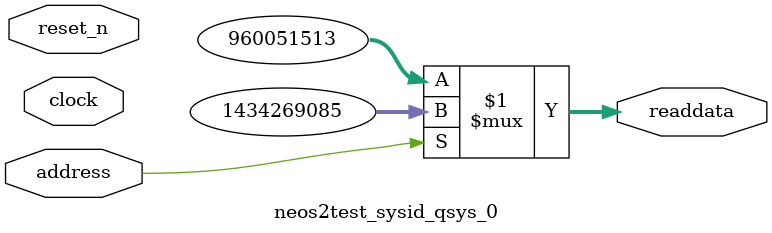
<source format=v>

`timescale 1ns / 1ps
// synthesis translate_on

// turn off superfluous verilog processor warnings 
// altera message_level Level1 
// altera message_off 10034 10035 10036 10037 10230 10240 10030 

module neos2test_sysid_qsys_0 (
               // inputs:
                address,
                clock,
                reset_n,

               // outputs:
                readdata
             )
;

  output  [ 31: 0] readdata;
  input            address;
  input            clock;
  input            reset_n;

  wire    [ 31: 0] readdata;
  //control_slave, which is an e_avalon_slave
  assign readdata = address ? 1434269085 : 960051513;

endmodule




</source>
